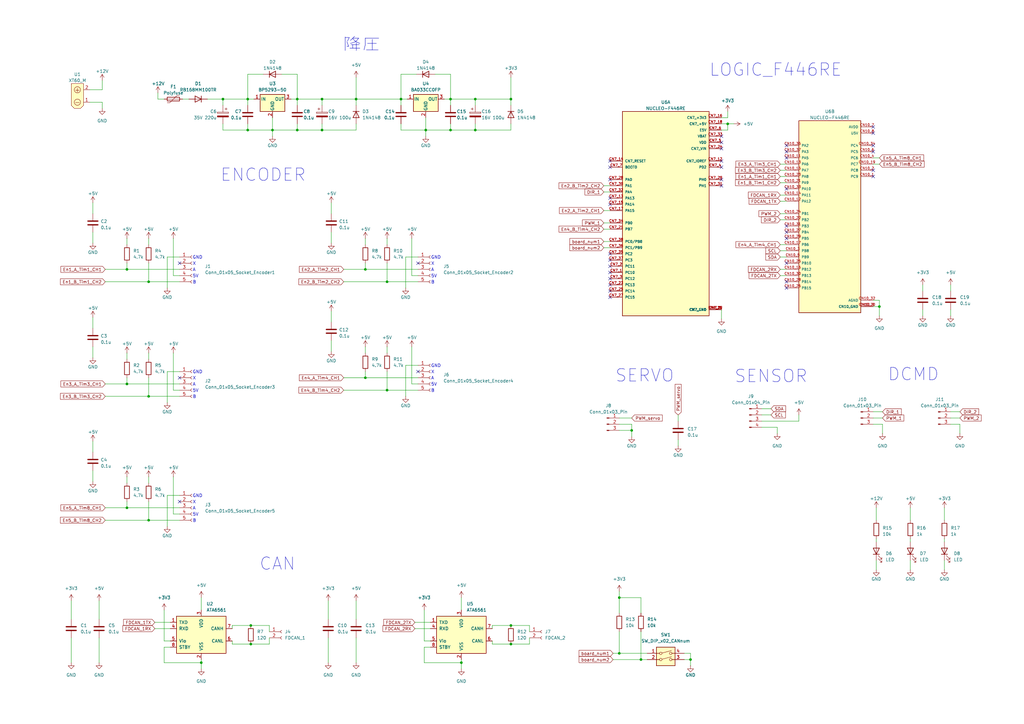
<source format=kicad_sch>
(kicad_sch (version 20250114) (generator "eeschema") (generator_version "9.0")
  (paper "A3")
  (text "X\n" (at 78.994 155.956 0) (effects (font (size 1.27 1.27)) (justify left bottom)))
  (text "SENSOR" (at 316.23 154.432 0) (effects (font (size 5.08 5.08))))
  (text "B\n" (at 176.784 116.586 0) (effects (font (size 1.27 1.27)) (justify left bottom)))
  (text "X\n" (at 78.994 108.966 0) (effects (font (size 1.27 1.27)) (justify left bottom)))
  (text "A\n" (at 176.784 111.506 0) (effects (font (size 1.27 1.27)) (justify left bottom)))
  (text "5V\n" (at 78.994 161.036 0) (effects (font (size 1.27 1.27)) (justify left bottom)))
  (text "GND\n" (at 78.994 106.426 0) (effects (font (size 1.27 1.27)) (justify left bottom)))
  (text "X\n" (at 176.784 153.416 0) (effects (font (size 1.27 1.27)) (justify left bottom)))
  (text "ENCODER" (at 107.95 71.882 0) (effects (font (size 5.08 5.08))))
  (text "5V\n" (at 78.994 211.836 0) (effects (font (size 1.27 1.27)) (justify left bottom)))
  (text "A\n" (at 176.784 155.956 0) (effects (font (size 1.27 1.27)) (justify left bottom)))
  (text "B\n" (at 176.784 161.036 0) (effects (font (size 1.27 1.27)) (justify left bottom)))
  (text "LOGIC_F446RE" (at 290.83 31.75 0) (effects (font (size 5.08 5.08)) (justify left bottom)))
  (text "GND\n" (at 78.994 204.216 0) (effects (font (size 1.27 1.27)) (justify left bottom)))
  (text "X\n" (at 78.994 206.756 0) (effects (font (size 1.27 1.27)) (justify left bottom)))
  (text "5V\n" (at 176.784 158.496 0) (effects (font (size 1.27 1.27)) (justify left bottom)))
  (text "5V\n" (at 176.784 114.046 0) (effects (font (size 1.27 1.27)) (justify left bottom)))
  (text "B\n" (at 78.994 163.576 0) (effects (font (size 1.27 1.27)) (justify left bottom)))
  (text "GND\n" (at 176.784 150.876 0) (effects (font (size 1.27 1.27)) (justify left bottom)))
  (text "5V\n" (at 78.994 114.046 0) (effects (font (size 1.27 1.27)) (justify left bottom)))
  (text "降圧" (at 140.97 21.59 0) (effects (font (size 5.08 5.08)) (justify left bottom)))
  (text "A\n" (at 78.994 111.506 0) (effects (font (size 1.27 1.27)) (justify left bottom)))
  (text "A\n" (at 78.994 158.496 0) (effects (font (size 1.27 1.27)) (justify left bottom)))
  (text "CAN\n" (at 113.792 231.394 0) (effects (font (size 5.08 5.08))))
  (text "A\n" (at 78.994 209.296 0) (effects (font (size 1.27 1.27)) (justify left bottom)))
  (text "X\n" (at 176.784 108.966 0) (effects (font (size 1.27 1.27)) (justify left bottom)))
  (text "B\n" (at 78.994 116.586 0) (effects (font (size 1.27 1.27)) (justify left bottom)))
  (text "GND\n" (at 78.994 153.416 0) (effects (font (size 1.27 1.27)) (justify left bottom)))
  (text "DCMD" (at 374.65 153.67 0) (effects (font (size 5.08 5.08))))
  (text "GND\n" (at 176.784 106.426 0) (effects (font (size 1.27 1.27)) (justify left bottom)))
  (text "B\n" (at 78.994 214.376 0) (effects (font (size 1.27 1.27)) (justify left bottom)))
  (text "SERVO" (at 264.414 154.178 0) (effects (font (size 5.08 5.08))))
  (junction (at 209.55 264.16))
  (junction (at 184.785 40.64))
  (junction (at 174.625 53.34))
  (junction (at 146.05 40.64))
  (junction (at 102.87 256.54))
  (junction (at 82.55 271.78))
  (junction (at 259.08 176.53))
  (junction (at 149.86 154.94))
  (junction (at 184.785 53.34))
  (junction (at 52.07 157.48))
  (junction (at 60.96 162.56))
  (junction (at 158.75 115.57))
  (junction (at 132.08 40.64))
  (junction (at 283.21 270.51))
  (junction (at 298.45 50.8))
  (junction (at 91.44 40.64))
  (junction (at 360.68 125.73))
  (junction (at 52.07 110.49))
  (junction (at 149.86 110.49))
  (junction (at 158.75 160.02))
  (junction (at 60.96 115.57))
  (junction (at 121.92 40.64))
  (junction (at 164.465 40.64))
  (junction (at 121.92 53.34))
  (junction (at 194.945 53.34))
  (junction (at 101.6 40.64))
  (junction (at 132.08 53.34))
  (junction (at 111.76 53.34))
  (junction (at 52.07 208.28))
  (junction (at 254 245.11))
  (junction (at 209.55 40.64))
  (junction (at 262.89 270.51))
  (junction (at 189.23 271.78))
  (junction (at 60.96 213.36))
  (junction (at 194.945 40.64))
  (junction (at 209.55 256.54))
  (junction (at 254 267.97))
  (junction (at 101.6 53.34))
  (junction (at 102.87 264.16))
  (no_connect (at 250.19 106.68))
  (no_connect (at 250.19 119.38))
  (no_connect (at 322.58 107.95))
  (no_connect (at 250.19 104.14))
  (no_connect (at 250.19 83.82))
  (no_connect (at 322.58 62.23))
  (no_connect (at 322.58 115.57))
  (no_connect (at 358.14 69.85))
  (no_connect (at 295.91 55.88))
  (no_connect (at 322.58 118.11))
  (no_connect (at 358.14 62.23))
  (no_connect (at 250.19 114.3))
  (no_connect (at 295.91 58.42))
  (no_connect (at 250.19 121.92))
  (no_connect (at 250.19 111.76))
  (no_connect (at 250.19 116.84))
  (no_connect (at 322.58 95.25))
  (no_connect (at 73.66 205.74))
  (no_connect (at 322.58 59.69))
  (no_connect (at 295.91 73.66))
  (no_connect (at 322.58 97.79))
  (no_connect (at 358.14 52.07))
  (no_connect (at 73.66 107.95))
  (no_connect (at 250.19 81.28))
  (no_connect (at 295.91 60.96))
  (no_connect (at 250.19 68.58))
  (no_connect (at 358.14 54.61))
  (no_connect (at 171.45 107.95))
  (no_connect (at 322.58 64.77))
  (no_connect (at 250.19 66.04))
  (no_connect (at 295.91 76.2))
  (no_connect (at 358.14 72.39))
  (no_connect (at 250.19 73.66))
  (no_connect (at 322.58 77.47))
  (no_connect (at 358.14 59.69))
  (no_connect (at 322.58 92.71))
  (no_connect (at 295.91 66.04))
  (no_connect (at 295.91 68.58))
  (no_connect (at 73.66 154.94))
  (no_connect (at 250.19 109.22))
  (no_connect (at 171.45 152.4))
  (wire (pts (xy 320.04 74.93) (xy 322.58 74.93)))
  (wire (pts (xy 43.18 162.56) (xy 60.96 162.56)))
  (wire (pts (xy 60.96 213.36) (xy 73.66 213.36)))
  (wire (pts (xy 29.21 246.38) (xy 29.21 254)))
  (wire (pts (xy 298.45 50.8) (xy 298.45 53.34)))
  (wire (pts (xy 74.93 40.64) (xy 77.47 40.64)))
  (wire (pts (xy 320.04 102.87) (xy 322.58 102.87)))
  (wire (pts (xy 389.89 173.99) (xy 393.7 173.99)))
  (wire (pts (xy 102.87 264.16) (xy 110.49 264.16)))
  (wire (pts (xy 41.91 41.91) (xy 41.91 44.45)))
  (wire (pts (xy 158.75 97.79) (xy 158.75 100.33)))
  (wire (pts (xy 43.18 115.57) (xy 60.96 115.57)))
  (wire (pts (xy 320.04 90.17) (xy 322.58 90.17)))
  (wire (pts (xy 101.6 50.8) (xy 101.6 53.34)))
  (wire (pts (xy 91.44 43.18) (xy 91.44 40.64)))
  (wire (pts (xy 158.75 115.57) (xy 171.45 115.57)))
  (wire (pts (xy 359.41 229.87) (xy 359.41 233.68)))
  (wire (pts (xy 312.42 167.64) (xy 316.23 167.64)))
  (wire (pts (xy 60.96 97.79) (xy 60.96 100.33)))
  (wire (pts (xy 174.625 53.34) (xy 184.785 53.34)))
  (wire (pts (xy 254 176.53) (xy 259.08 176.53)))
  (wire (pts (xy 262.89 270.51) (xy 265.43 270.51)))
  (wire (pts (xy 312.42 175.26) (xy 318.77 175.26)))
  (wire (pts (xy 170.18 255.27) (xy 176.53 255.27)))
  (wire (pts (xy 393.7 173.99) (xy 393.7 177.8)))
  (wire (pts (xy 312.42 170.18) (xy 316.23 170.18)))
  (wire (pts (xy 102.87 256.54) (xy 110.49 256.54)))
  (wire (pts (xy 60.96 115.57) (xy 73.66 115.57)))
  (wire (pts (xy 209.55 256.54) (xy 201.93 256.54)))
  (wire (pts (xy 146.05 246.38) (xy 146.05 254)))
  (wire (pts (xy 132.08 50.8) (xy 132.08 53.34)))
  (wire (pts (xy 52.07 144.78) (xy 52.07 147.32)))
  (wire (pts (xy 85.09 40.64) (xy 91.44 40.64)))
  (wire (pts (xy 82.55 271.78) (xy 82.55 270.51)))
  (wire (pts (xy 201.93 264.16) (xy 201.93 262.89)))
  (wire (pts (xy 295.91 130.81) (xy 295.91 127)))
  (wire (pts (xy 320.04 87.63) (xy 322.58 87.63)))
  (wire (pts (xy 320.04 105.41) (xy 322.58 105.41)))
  (wire (pts (xy 194.945 40.64) (xy 209.55 40.64)))
  (wire (pts (xy 387.35 208.28) (xy 387.35 213.36)))
  (wire (pts (xy 361.95 173.99) (xy 361.95 177.8)))
  (wire (pts (xy 146.05 40.64) (xy 132.08 40.64)))
  (wire (pts (xy 111.76 48.26) (xy 111.76 53.34)))
  (wire (pts (xy 135.89 139.7) (xy 135.89 144.145)))
  (wire (pts (xy 358.14 123.19) (xy 360.68 123.19)))
  (wire (pts (xy 38.1 130.175) (xy 38.1 134.62)))
  (wire (pts (xy 60.96 144.78) (xy 60.96 147.32)))
  (wire (pts (xy 170.815 30.48) (xy 164.465 30.48)))
  (wire (pts (xy 168.91 142.24) (xy 168.91 157.48)))
  (wire (pts (xy 373.38 229.87) (xy 373.38 233.68)))
  (wire (pts (xy 60.96 154.94) (xy 60.96 162.56)))
  (wire (pts (xy 107.95 30.48) (xy 101.6 30.48)))
  (wire (pts (xy 119.38 40.64) (xy 121.92 40.64)))
  (wire (pts (xy 262.89 259.08) (xy 262.89 270.51)))
  (wire (pts (xy 209.55 256.54) (xy 217.17 256.54)))
  (wire (pts (xy 82.55 274.32) (xy 82.55 271.78)))
  (wire (pts (xy 174.625 48.26) (xy 174.625 53.34)))
  (wire (pts (xy 140.97 110.49) (xy 149.86 110.49)))
  (wire (pts (xy 247.65 76.2) (xy 250.19 76.2)))
  (wire (pts (xy 164.465 53.34) (xy 174.625 53.34)))
  (wire (pts (xy 378.46 127) (xy 378.46 129.54)))
  (wire (pts (xy 170.18 257.81) (xy 176.53 257.81)))
  (wire (pts (xy 60.96 195.58) (xy 60.96 198.12)))
  (wire (pts (xy 149.86 152.4) (xy 149.86 154.94)))
  (wire (pts (xy 146.05 31.75) (xy 146.05 40.64)))
  (wire (pts (xy 52.07 110.49) (xy 73.66 110.49)))
  (wire (pts (xy 110.49 264.16) (xy 110.49 261.62)))
  (wire (pts (xy 52.07 154.94) (xy 52.07 157.48)))
  (wire (pts (xy 68.58 152.4) (xy 73.66 152.4)))
  (wire (pts (xy 174.625 53.34) (xy 174.625 55.88)))
  (wire (pts (xy 259.08 173.99) (xy 259.08 176.53)))
  (wire (pts (xy 318.77 175.26) (xy 318.77 177.8)))
  (wire (pts (xy 298.45 50.8) (xy 295.91 50.8)))
  (wire (pts (xy 173.99 265.43) (xy 173.99 271.78)))
  (wire (pts (xy 67.31 271.78) (xy 82.55 271.78)))
  (wire (pts (xy 146.05 271.78) (xy 146.05 261.62)))
  (wire (pts (xy 38.1 83.185) (xy 38.1 87.63)))
  (wire (pts (xy 52.07 107.95) (xy 52.07 110.49)))
  (wire (pts (xy 166.37 149.86) (xy 166.37 162.56)))
  (wire (pts (xy 259.08 171.45) (xy 254 171.45)))
  (wire (pts (xy 164.465 40.64) (xy 164.465 43.18)))
  (wire (pts (xy 312.42 172.72) (xy 327.66 172.72)))
  (wire (pts (xy 209.55 50.8) (xy 209.55 53.34)))
  (wire (pts (xy 29.21 271.78) (xy 29.21 261.62)))
  (wire (pts (xy 168.91 157.48) (xy 171.45 157.48)))
  (wire (pts (xy 320.04 82.55) (xy 322.58 82.55)))
  (wire (pts (xy 280.67 267.97) (xy 283.21 267.97)))
  (wire (pts (xy 41.91 36.83) (xy 41.91 33.02)))
  (wire (pts (xy 38.1 95.25) (xy 38.1 99.695)))
  (wire (pts (xy 247.65 91.44) (xy 250.19 91.44)))
  (wire (pts (xy 82.55 245.11) (xy 82.55 250.19)))
  (wire (pts (xy 254 259.08) (xy 254 267.97)))
  (wire (pts (xy 320.04 100.33) (xy 322.58 100.33)))
  (wire (pts (xy 71.12 97.79) (xy 71.12 113.03)))
  (wire (pts (xy 43.18 208.28) (xy 52.07 208.28)))
  (wire (pts (xy 194.945 53.34) (xy 209.55 53.34)))
  (wire (pts (xy 387.35 220.98) (xy 387.35 222.25)))
  (wire (pts (xy 194.945 43.18) (xy 194.945 40.64)))
  (wire (pts (xy 149.86 110.49) (xy 171.45 110.49)))
  (wire (pts (xy 52.07 195.58) (xy 52.07 198.12)))
  (wire (pts (xy 121.92 30.48) (xy 115.57 30.48)))
  (wire (pts (xy 164.465 30.48) (xy 164.465 40.64)))
  (wire (pts (xy 36.83 36.83) (xy 41.91 36.83)))
  (wire (pts (xy 247.65 99.06) (xy 250.19 99.06)))
  (wire (pts (xy 158.75 152.4) (xy 158.75 160.02)))
  (wire (pts (xy 67.31 265.43) (xy 67.31 271.78)))
  (wire (pts (xy 149.86 154.94) (xy 171.45 154.94)))
  (wire (pts (xy 259.08 176.53) (xy 259.08 179.07)))
  (wire (pts (xy 111.76 53.34) (xy 111.76 55.88)))
  (wire (pts (xy 254 173.99) (xy 259.08 173.99)))
  (wire (pts (xy 168.91 97.79) (xy 168.91 113.03)))
  (wire (pts (xy 168.91 113.03) (xy 171.45 113.03)))
  (wire (pts (xy 91.44 40.64) (xy 101.6 40.64)))
  (wire (pts (xy 43.18 157.48) (xy 52.07 157.48)))
  (wire (pts (xy 327.66 170.18) (xy 327.66 172.72)))
  (wire (pts (xy 358.14 173.99) (xy 361.95 173.99)))
  (wire (pts (xy 60.96 107.95) (xy 60.96 115.57)))
  (wire (pts (xy 164.465 40.64) (xy 167.005 40.64)))
  (wire (pts (xy 135.89 127.635) (xy 135.89 132.08)))
  (wire (pts (xy 387.35 229.87) (xy 387.35 233.68)))
  (wire (pts (xy 217.17 264.16) (xy 217.17 261.62)))
  (wire (pts (xy 52.07 157.48) (xy 73.66 157.48)))
  (wire (pts (xy 101.6 40.64) (xy 101.6 43.18)))
  (wire (pts (xy 189.23 271.78) (xy 189.23 270.51)))
  (wire (pts (xy 60.96 205.74) (xy 60.96 213.36)))
  (wire (pts (xy 102.87 256.54) (xy 95.25 256.54)))
  (wire (pts (xy 173.99 262.89) (xy 173.99 250.19)))
  (wire (pts (xy 149.86 97.79) (xy 149.86 100.33)))
  (wire (pts (xy 320.04 69.85) (xy 322.58 69.85)))
  (wire (pts (xy 68.58 203.2) (xy 68.58 215.9)))
  (wire (pts (xy 69.85 265.43) (xy 67.31 265.43)))
  (wire (pts (xy 360.68 123.19) (xy 360.68 125.73)))
  (wire (pts (xy 209.55 43.18) (xy 209.55 40.64)))
  (wire (pts (xy 194.945 40.64) (xy 184.785 40.64)))
  (wire (pts (xy 209.55 31.75) (xy 209.55 40.64)))
  (wire (pts (xy 102.87 264.16) (xy 95.25 264.16)))
  (wire (pts (xy 184.785 30.48) (xy 178.435 30.48)))
  (wire (pts (xy 217.17 256.54) (xy 217.17 259.08)))
  (wire (pts (xy 40.64 246.38) (xy 40.64 254)))
  (wire (pts (xy 132.08 53.34) (xy 146.05 53.34)))
  (wire (pts (xy 95.25 256.54) (xy 95.25 257.81)))
  (wire (pts (xy 68.58 152.4) (xy 68.58 165.1)))
  (wire (pts (xy 184.785 53.34) (xy 184.785 50.8)))
  (wire (pts (xy 101.6 40.64) (xy 104.14 40.64)))
  (wire (pts (xy 146.05 43.18) (xy 146.05 40.64)))
  (wire (pts (xy 358.14 64.77) (xy 360.68 64.77)))
  (wire (pts (xy 91.44 53.34) (xy 101.6 53.34)))
  (wire (pts (xy 320.04 72.39) (xy 322.58 72.39)))
  (wire (pts (xy 247.65 78.74) (xy 250.19 78.74)))
  (wire (pts (xy 111.76 53.34) (xy 121.92 53.34)))
  (wire (pts (xy 254 242.57) (xy 254 245.11)))
  (wire (pts (xy 60.96 162.56) (xy 73.66 162.56)))
  (wire (pts (xy 140.97 154.94) (xy 149.86 154.94)))
  (wire (pts (xy 320.04 80.01) (xy 322.58 80.01)))
  (wire (pts (xy 184.785 40.64) (xy 184.785 30.48)))
  (wire (pts (xy 358.14 171.45) (xy 361.95 171.45)))
  (wire (pts (xy 121.92 40.64) (xy 121.92 30.48)))
  (wire (pts (xy 38.1 180.975) (xy 38.1 185.42)))
  (wire (pts (xy 358.14 67.31) (xy 360.68 67.31)))
  (wire (pts (xy 262.89 245.11) (xy 254 245.11)))
  (wire (pts (xy 140.97 160.02) (xy 158.75 160.02)))
  (wire (pts (xy 146.05 50.8) (xy 146.05 53.34)))
  (wire (pts (xy 71.12 210.82) (xy 73.66 210.82)))
  (wire (pts (xy 36.83 41.91) (xy 41.91 41.91)))
  (wire (pts (xy 201.93 256.54) (xy 201.93 257.81)))
  (wire (pts (xy 189.23 274.32) (xy 189.23 271.78)))
  (wire (pts (xy 389.89 171.45) (xy 393.7 171.45)))
  (wire (pts (xy 38.1 142.24) (xy 38.1 146.685)))
  (wire (pts (xy 135.89 83.185) (xy 135.89 87.63)))
  (wire (pts (xy 389.89 127) (xy 389.89 129.54)))
  (wire (pts (xy 389.89 168.91) (xy 393.7 168.91)))
  (wire (pts (xy 254 267.97) (xy 265.43 267.97)))
  (wire (pts (xy 373.38 220.98) (xy 373.38 222.25)))
  (wire (pts (xy 194.945 53.34) (xy 184.785 53.34)))
  (wire (pts (xy 176.53 265.43) (xy 173.99 265.43)))
  (wire (pts (xy 373.38 208.28) (xy 373.38 213.36)))
  (wire (pts (xy 298.45 53.34) (xy 295.91 53.34)))
  (wire (pts (xy 295.91 48.26) (xy 298.45 48.26)))
  (wire (pts (xy 247.65 86.36) (xy 250.19 86.36)))
  (wire (pts (xy 52.07 208.28) (xy 73.66 208.28)))
  (wire (pts (xy 91.44 50.8) (xy 91.44 53.34)))
  (wire (pts (xy 132.08 53.34) (xy 121.92 53.34)))
  (wire (pts (xy 171.45 105.41) (xy 166.37 105.41)))
  (wire (pts (xy 135.89 95.25) (xy 135.89 99.695)))
  (wire (pts (xy 71.12 195.58) (xy 71.12 210.82)))
  (wire (pts (xy 69.85 262.89) (xy 67.31 262.89)))
  (wire (pts (xy 209.55 264.16) (xy 217.17 264.16)))
  (wire (pts (xy 71.12 144.78) (xy 71.12 160.02)))
  (wire (pts (xy 110.49 256.54) (xy 110.49 259.08)))
  (wire (pts (xy 132.08 40.64) (xy 121.92 40.64)))
  (wire (pts (xy 64.77 38.1) (xy 64.77 40.64)))
  (wire (pts (xy 171.45 149.86) (xy 166.37 149.86)))
  (wire (pts (xy 63.5 257.81) (xy 69.85 257.81)))
  (wire (pts (xy 359.41 220.98) (xy 359.41 222.25)))
  (wire (pts (xy 73.66 105.41) (xy 68.58 105.41)))
  (wire (pts (xy 158.75 160.02) (xy 171.45 160.02)))
  (wire (pts (xy 389.89 116.84) (xy 389.89 119.38)))
  (wire (pts (xy 158.75 107.95) (xy 158.75 115.57)))
  (wire (pts (xy 247.65 93.98) (xy 250.19 93.98)))
  (wire (pts (xy 140.97 115.57) (xy 158.75 115.57)))
  (wire (pts (xy 176.53 262.89) (xy 173.99 262.89)))
  (wire (pts (xy 71.12 113.03) (xy 73.66 113.03)))
  (wire (pts (xy 283.21 267.97) (xy 283.21 270.51)))
  (wire (pts (xy 280.67 270.51) (xy 283.21 270.51)))
  (wire (pts (xy 254 245.11) (xy 254 251.46)))
  (wire (pts (xy 182.245 40.64) (xy 184.785 40.64)))
  (wire (pts (xy 194.945 50.8) (xy 194.945 53.34)))
  (wire (pts (xy 209.55 264.16) (xy 201.93 264.16)))
  (wire (pts (xy 149.86 107.95) (xy 149.86 110.49)))
  (wire (pts (xy 68.58 105.41) (xy 68.58 118.11)))
  (wire (pts (xy 67.31 262.89) (xy 67.31 250.19)))
  (wire (pts (xy 189.23 245.11) (xy 189.23 250.19)))
  (wire (pts (xy 278.13 170.18) (xy 278.13 172.72)))
  (wire (pts (xy 101.6 53.34) (xy 111.76 53.34)))
  (wire (pts (xy 71.12 160.02) (xy 73.66 160.02)))
  (wire (pts (xy 247.65 101.6) (xy 250.19 101.6)))
  (wire (pts (xy 358.14 125.73) (xy 360.68 125.73)))
  (wire (pts (xy 300.99 50.8) (xy 298.45 50.8)))
  (wire (pts (xy 320.04 67.31) (xy 322.58 67.31)))
  (wire (pts (xy 146.05 40.64) (xy 164.465 40.64)))
  (wire (pts (xy 134.62 246.38) (xy 134.62 254)))
  (wire (pts (xy 121.92 43.18) (xy 121.92 40.64)))
  (wire (pts (xy 73.66 203.2) (xy 68.58 203.2)))
  (wire (pts (xy 134.62 271.78) (xy 134.62 261.62)))
  (wire (pts (xy 262.89 251.46) (xy 262.89 245.11)))
  (wire (pts (xy 184.785 43.18) (xy 184.785 40.64)))
  (wire (pts (xy 43.18 213.36) (xy 60.96 213.36)))
  (wire (pts (xy 320.04 113.03) (xy 322.58 113.03)))
  (wire (pts (xy 278.13 180.34) (xy 278.13 182.88)))
  (wire (pts (xy 149.86 142.24) (xy 149.86 144.78)))
  (wire (pts (xy 298.45 48.26) (xy 298.45 45.72)))
  (wire (pts (xy 359.41 208.28) (xy 359.41 213.36)))
  (wire (pts (xy 40.64 271.78) (xy 40.64 261.62)))
  (wire (pts (xy 164.465 50.8) (xy 164.465 53.34)))
  (wire (pts (xy 158.75 142.24) (xy 158.75 144.78)))
  (wire (pts (xy 251.46 267.97) (xy 254 267.97)))
  (wire (pts (xy 95.25 264.16) (xy 95.25 262.89)))
  (wire (pts (xy 173.99 271.78) (xy 189.23 271.78)))
  (wire (pts (xy 378.46 116.84) (xy 378.46 119.38)))
  (wire (pts (xy 132.08 43.18) (xy 132.08 40.64)))
  (wire (pts (xy 360.68 125.73) (xy 360.68 129.54)))
  (wire (pts (xy 121.92 53.34) (xy 121.92 50.8)))
  (wire (pts (xy 52.07 205.74) (xy 52.07 208.28)))
  (wire (pts (xy 63.5 255.27) (xy 69.85 255.27)))
  (wire (pts (xy 283.21 270.51) (xy 283.21 273.05)))
  (wire (pts (xy 320.04 110.49) (xy 322.58 110.49)))
  (wire (pts (xy 358.14 168.91) (xy 361.95 168.91)))
  (wire (pts (xy 52.07 97.79) (xy 52.07 100.33)))
  (wire (pts (xy 101.6 30.48) (xy 101.6 40.64)))
  (wire (pts (xy 251.46 270.51) (xy 262.89 270.51)))
  (wire (pts (xy 43.18 110.49) (xy 52.07 110.49)))
  (wire (pts (xy 64.77 40.64) (xy 67.31 40.64)))
  (wire (pts (xy 38.1 193.04) (xy 38.1 197.485)))
  (wire (pts (xy 166.37 105.41) (xy 166.37 118.11)))
  (global_label "DIR_2" (shape input) (at 320.04 90.17 180) (property "Intersheetrefs" "${INTERSHEET_REFS}" (effects (hide yes))))
  (global_label "PWM_servo" (shape input) (at 278.13 170.18 90) (property "Intersheetrefs" "${INTERSHEET_REFS}" (effects (hide yes))))
  (global_label "PWM_servo" (shape input) (at 259.08 171.45 0) (property "Intersheetrefs" "${INTERSHEET_REFS}" (effects (hide yes))))
  (global_label "En1_B_Tim1_CH2" (shape input) (at 43.18 115.57 180) (property "Intersheetrefs" "${INTERSHEET_REFS}" (effects (hide yes))))
  (global_label "FDCAN_2RX" (shape input) (at 320.04 110.49 180) (property "Intersheetrefs" "${INTERSHEET_REFS}" (effects (hide yes))))
  (global_label "En1_B_Tim1_CH2" (shape input) (at 320.04 74.93 180) (property "Intersheetrefs" "${INTERSHEET_REFS}" (effects (hide yes))))
  (global_label "En2_B_Tim2_CH2" (shape input) (at 247.65 76.2 180) (property "Intersheetrefs" "${INTERSHEET_REFS}" (effects (hide yes))))
  (global_label "FDCAN_2TX" (shape input) (at 320.04 113.03 180) (property "Intersheetrefs" "${INTERSHEET_REFS}" (effects (hide yes))))
  (global_label "SCL" (shape input) (at 316.23 170.18 0) (property "Intersheetrefs" "${INTERSHEET_REFS}" (effects (hide yes))))
  (global_label "En2_B_Tim2_CH2" (shape input) (at 140.97 115.57 180) (property "Intersheetrefs" "${INTERSHEET_REFS}" (effects (hide yes))))
  (global_label "FDCAN_2TX" (shape input) (at 170.18 255.27 180) (property "Intersheetrefs" "${INTERSHEET_REFS}" (effects (hide yes))))
  (global_label "DIR_1" (shape input) (at 361.95 168.91 0) (property "Intersheetrefs" "${INTERSHEET_REFS}" (effects (hide yes))))
  (global_label "En2_A_Tim2_CH1" (shape input) (at 140.97 110.49 180) (property "Intersheetrefs" "${INTERSHEET_REFS}" (effects (hide yes))))
  (global_label "board_num1" (shape input) (at 251.46 267.97 180) (property "Intersheetrefs" "${INTERSHEET_REFS}" (effects (hide yes))))
  (global_label "En3_B_Tim3_CH2" (shape input) (at 320.04 69.85 180) (property "Intersheetrefs" "${INTERSHEET_REFS}" (effects (hide yes))))
  (global_label "En3_B_Tim3_CH2" (shape input) (at 43.18 162.56 180) (property "Intersheetrefs" "${INTERSHEET_REFS}" (effects (hide yes))))
  (global_label "SCL" (shape input) (at 320.04 102.87 180) (property "Intersheetrefs" "${INTERSHEET_REFS}" (effects (hide yes))))
  (global_label "SDA" (shape input) (at 316.23 167.64 0) (property "Intersheetrefs" "${INTERSHEET_REFS}" (effects (hide yes))))
  (global_label "En2_A_Tim2_CH1" (shape input) (at 247.65 86.36 180) (property "Intersheetrefs" "${INTERSHEET_REFS}" (effects (hide yes))))
  (global_label "FDCAN_1TX" (shape input) (at 320.04 82.55 180) (property "Intersheetrefs" "${INTERSHEET_REFS}" (effects (hide yes))))
  (global_label "En4_A_Tim4_CH1" (shape input) (at 320.04 100.33 180) (property "Intersheetrefs" "${INTERSHEET_REFS}" (effects (hide yes))))
  (global_label "En3_A_Tim3_CH1" (shape input) (at 43.18 157.48 180) (property "Intersheetrefs" "${INTERSHEET_REFS}" (effects (hide yes))))
  (global_label "FDCAN_1RX" (shape input) (at 320.04 80.01 180) (property "Intersheetrefs" "${INTERSHEET_REFS}" (effects (hide yes))))
  (global_label "En3_A_Tim3_CH1" (shape input) (at 320.04 67.31 180) (property "Intersheetrefs" "${INTERSHEET_REFS}" (effects (hide yes))))
  (global_label "board_num2" (shape input) (at 251.46 270.51 180) (property "Intersheetrefs" "${INTERSHEET_REFS}" (effects (hide yes))))
  (global_label "PWM_1" (shape input) (at 361.95 171.45 0) (property "Intersheetrefs" "${INTERSHEET_REFS}" (effects (hide yes))))
  (global_label "DIR_1" (shape input) (at 247.65 78.74 180) (property "Intersheetrefs" "${INTERSHEET_REFS}" (effects (hide yes))))
  (global_label "PWM_1" (shape input) (at 247.65 91.44 180) (property "Intersheetrefs" "${INTERSHEET_REFS}" (effects (hide yes))))
  (global_label "FDCAN_1TX" (shape input) (at 63.5 255.27 180) (property "Intersheetrefs" "${INTERSHEET_REFS}" (effects (hide yes))))
  (global_label "En1_A_Tim1_CH1" (shape input) (at 43.18 110.49 180) (property "Intersheetrefs" "${INTERSHEET_REFS}" (effects (hide yes))))
  (global_label "En5_B_Tim8_CH2" (shape input) (at 360.68 67.31 0) (property "Intersheetrefs" "${INTERSHEET_REFS}" (effects (hide yes))))
  (global_label "En5_B_Tim8_CH2" (shape input) (at 43.18 213.36 180) (property "Intersheetrefs" "${INTERSHEET_REFS}" (effects (hide yes))))
  (global_label "PWM_2" (shape input) (at 393.7 171.45 0) (property "Intersheetrefs" "${INTERSHEET_REFS}" (effects (hide yes))))
  (global_label "En1_A_Tim1_CH1" (shape input) (at 320.04 72.39 180) (property "Intersheetrefs" "${INTERSHEET_REFS}" (effects (hide yes))))
  (global_label "En4_A_Tim4_CH1" (shape input) (at 140.97 154.94 180) (property "Intersheetrefs" "${INTERSHEET_REFS}" (effects (hide yes))))
  (global_label "FDCAN_1RX" (shape input) (at 63.5 257.81 180) (property "Intersheetrefs" "${INTERSHEET_REFS}" (effects (hide yes))))
  (global_label "FDCAN_2RX" (shape input) (at 170.18 257.81 180) (property "Intersheetrefs" "${INTERSHEET_REFS}" (effects (hide yes))))
  (global_label "SDA" (shape input) (at 320.04 105.41 180) (property "Intersheetrefs" "${INTERSHEET_REFS}" (effects (hide yes))))
  (global_label "En5_A_Tim8_CH1" (shape input) (at 43.18 208.28 180) (property "Intersheetrefs" "${INTERSHEET_REFS}" (effects (hide yes))))
  (global_label "En4_B_Tim4_CH2" (shape input) (at 140.97 160.02 180) (property "Intersheetrefs" "${INTERSHEET_REFS}" (effects (hide yes))))
  (global_label "En4_B_Tim4_CH2" (shape input) (at 247.65 93.98 180) (property "Intersheetrefs" "${INTERSHEET_REFS}" (effects (hide yes))))
  (global_label "board_num2" (shape input) (at 247.65 101.6 180) (property "Intersheetrefs" "${INTERSHEET_REFS}" (effects (hide yes))))
  (global_label "En5_A_Tim8_CH1" (shape input) (at 360.68 64.77 0) (property "Intersheetrefs" "${INTERSHEET_REFS}" (effects (hide yes))))
  (global_label "PWM_2" (shape input) (at 320.04 87.63 180) (property "Intersheetrefs" "${INTERSHEET_REFS}" (effects (hide yes))))
  (global_label "board_num1" (shape input) (at 247.65 99.06 180) (property "Intersheetrefs" "${INTERSHEET_REFS}" (effects (hide yes))))
  (global_label "DIR_2" (shape input) (at 393.7 168.91 0) (property "Intersheetrefs" "${INTERSHEET_REFS}" (effects (hide yes))))
  (symbol (lib_id "power:+3V3") (at 387.35 208.28 0) (unit 1)
    (property "Reference" "#PWR069" (effects (hide yes)))
    (property "Value" "+3V3" (at 387.35 204.47 0))
  )
  (symbol (lib_id "power:+5V") (at 300.99 50.8 270) (unit 1)
    (property "Reference" "#PWR058" (effects (hide yes)))
    (property "Value" "+5V" (at 304.8 50.8 90) (effects (justify left)))
  )
  (symbol (lib_id "Device:C") (at 40.64 257.81 0) (unit 1)
    (property "Reference" "C5" (at 44.45 256.5399 0) (effects (justify left)))
    (property "Value" "0.1u" (at 44.45 259.0799 0) (effects (justify left)))
    (property "Footprint" "Capacitor_SMD:C_0603_1608Metric_Pad1.08x0.95mm_HandSolder" (effects (hide yes)))
    (property "Description" "Unpolarized capacitor" (effects (hide yes)))
  )
  (symbol (lib_id "power:GND") (at 111.76 55.88 0) (unit 1)
    (property "Reference" "#PWR029" (effects (hide yes)))
    (property "Value" "GND" (at 111.76 59.69 0))
  )
  (symbol (lib_name "+5V_2") (lib_id "power:+5V") (at 168.91 97.79 0) (unit 1)
    (property "Reference" "#PWR045" (effects (hide yes)))
    (property "Value" "+5V" (at 168.91 93.98 0))
    (property "Description" "Power symbol creates a global label with name \"+5V\"" (effects (hide yes)))
  )
  (symbol (lib_id "Device:R") (at 102.87 260.35 0) (unit 1)
    (property "Reference" "R7" (at 105.41 259.0799 0) (effects (justify left)))
    (property "Value" "120" (at 105.41 261.6199 0) (effects (justify left)))
    (property "Footprint" "Resistor_SMD:R_0603_1608Metric_Pad0.98x0.95mm_HandSolder" (effects (hide yes)))
    (property "Description" "Resistor" (effects (hide yes)))
  )
  (symbol (lib_id "power:GND") (at 360.68 129.54 0) (unit 1)
    (property "Reference" "#PWR063" (effects (hide yes)))
    (property "Value" "GND" (at 360.68 134.62 0))
  )
  (symbol (lib_id "Device:C") (at 38.1 138.43 0) (unit 1)
    (property "Reference" "C3" (at 41.275 137.795 0) (effects (justify left)))
    (property "Value" "0.1u" (at 41.275 140.335 0) (effects (justify left)))
    (property "Footprint" "Capacitor_SMD:C_0603_1608Metric_Pad1.08x0.95mm_HandSolder" (effects (hide yes)))
  )
  (symbol (lib_id "Connector:Conn_01x03_Pin") (at 248.92 173.99 0) (unit 1)
    (property "Reference" "J8" (at 249.555 166.37 0))
    (property "Value" "Conn_01x03_Pin" (at 249.555 168.91 0))
    (property "Footprint" "Connector_PinHeader_2.54mm:PinHeader_1x03_P2.54mm_Vertical" (effects (hide yes)))
    (property "Description" "Generic connector, single row, 01x03, script generated" (effects (hide yes)))
  )
  (symbol (lib_id "Device:C") (at 134.62 257.81 0) (unit 1)
    (property "Reference" "C10" (at 138.43 256.5399 0) (effects (justify left)))
    (property "Value" "0.1u" (at 138.43 259.0799 0) (effects (justify left)))
    (property "Footprint" "Capacitor_SMD:C_0603_1608Metric_Pad1.08x0.95mm_HandSolder" (effects (hide yes)))
    (property "Description" "Unpolarized capacitor" (effects (hide yes)))
  )
  (symbol (lib_id "power:GND") (at 295.91 130.81 0) (unit 1)
    (property "Reference" "#PWR056" (effects (hide yes)))
    (property "Value" "GND" (at 295.91 135.89 0))
  )
  (symbol (lib_name "GND_1") (lib_id "power:GND") (at 393.7 177.8 0) (unit 1)
    (property "Reference" "#PWR073" (effects (hide yes)))
    (property "Value" "GND" (at 393.7 182.88 0))
    (property "Description" "Power symbol creates a global label with name \"GND\" , ground" (effects (hide yes)))
  )
  (symbol (lib_name "GND_8") (lib_id "power:GND") (at 283.21 273.05 0) (unit 1)
    (property "Reference" "#PWR055" (effects (hide yes)))
    (property "Value" "GND" (at 283.21 276.86 0))
    (property "Description" "Power symbol creates a global label with name \"GND\" , ground" (effects (hide yes)))
  )
  (symbol (lib_id "power:GND") (at 29.21 271.78 0) (unit 1)
    (property "Reference" "#PWR02" (effects (hide yes)))
    (property "Value" "GND" (at 29.21 276.86 0))
    (property "Description" "Power symbol creates a global label with name \"GND\" , ground" (effects (hide yes)))
  )
  (symbol (lib_id "Device:D") (at 209.55 46.99 270) (unit 1)
    (property "Reference" "D5" (at 212.09 45.72 90) (effects (justify left)))
    (property "Value" "1N4148" (at 212.09 48.26 90) (effects (justify left)))
    (property "Footprint" "MyLib:D_SOD-123_HandSolder" (effects (hide yes)))
    (property "Sim.Device" "D" (effects (hide yes)))
    (property "Sim.Pins" "1=K 2=A" (effects (hide yes)))
  )
  (symbol (lib_name "+5V_2") (lib_id "power:+5V") (at 52.07 144.78 0) (unit 1)
    (property "Reference" "#PWR014" (effects (hide yes)))
    (property "Value" "+5V" (at 52.07 140.97 0))
    (property "Description" "Power symbol creates a global label with name \"+5V\"" (effects (hide yes)))
  )
  (symbol (lib_id "Device:R") (at 60.96 104.14 0) (unit 1)
    (property "Reference" "R4" (at 63.5 102.8699 0) (effects (justify left)))
    (property "Value" "4.7k" (at 63.5 105.4099 0) (effects (justify left)))
    (property "Footprint" "Resistor_SMD:R_0603_1608Metric_Pad0.98x0.95mm_HandSolder" (effects (hide yes)))
    (property "Description" "Resistor" (effects (hide yes)))
  )
  (symbol (lib_name "+5V_2") (lib_id "power:+5V") (at 158.75 142.24 0) (unit 1)
    (property "Reference" "#PWR042" (effects (hide yes)))
    (property "Value" "+5V" (at 158.75 138.43 0))
    (property "Description" "Power symbol creates a global label with name \"+5V\"" (effects (hide yes)))
  )
  (symbol (lib_id "Device:R") (at 149.86 104.14 0) (unit 1)
    (property "Reference" "R8" (at 152.4 102.8699 0) (effects (justify left)))
    (property "Value" "4.7k" (at 152.4 105.4099 0) (effects (justify left)))
    (property "Footprint" "Resistor_SMD:R_0603_1608Metric_Pad0.98x0.95mm_HandSolder" (effects (hide yes)))
    (property "Description" "Resistor" (effects (hide yes)))
  )
  (symbol (lib_name "+3V3_2") (lib_id "power:+3V3") (at 254 242.57 0) (unit 1)
    (property "Reference" "#PWR052" (effects (hide yes)))
    (property "Value" "+3V3" (at 254 237.49 0))
    (property "Description" "Power symbol creates a global label with name \"+3V3\"" (effects (hide yes)))
  )
  (symbol (lib_id "power:GND") (at 359.41 233.68 0) (unit 1)
    (property "Reference" "#PWR062" (effects (hide yes)))
    (property "Value" "GND" (at 359.41 237.49 0))
  )
  (symbol (lib_id "Device:C") (at 164.465 46.99 0) (mirror y) (unit 1)
    (property "Reference" "C14" (at 161.925 45.72 0) (effects (justify left)))
    (property "Value" "0.1u" (at 161.925 48.26 0) (effects (justify left)))
    (property "Footprint" "Capacitor_SMD:C_0603_1608Metric_Pad1.08x0.95mm_HandSolder" (effects (hide yes)))
  )
  (symbol (lib_id "Mylib:NUCLEO-F446RE") (at 273.05 86.36 0) (unit 1)
    (property "Reference" "U6" (at 273.05 41.91 0))
    (property "Value" "NUCLEO-F446RE" (at 273.05 44.45 0))
    (property "Footprint" "MyLib:NUCLEO-F446RE" (effects (hide yes)))
    (property "Description" "\nSTM32F446RE、mbed 対応開発 Nucleo-64 STM32F4 ARM® Cortex®-M4 MCU 32 ビット組み込み評価ボード\n" (effects (hide yes)))
    (property "MF" "STMicroelectronics" (effects (hide yes)))
    (property "Package" "None" (effects (hide yes)))
    (property "Price" "None" (effects (hide yes)))
    (property "Check_prices" "https://www.snapeda.com/parts/NUCLEO-F446RE/STMicroelectronics/view-part/?ref=eda" (effects (hide yes)))
    (property "STANDARD" "Manufacturer Recommendations" (effects (hide yes)))
    (property "PARTREV" "13" (effects (hide yes)))
    (property "SnapEDA_Link" "https://www.snapeda.com/parts/NUCLEO-F446RE/STMicroelectronics/view-part/?ref=snap" (effects (hide yes)))
    (property "MP" "NUCLEO-F446RE" (effects (hide yes)))
    (property "Purchase-URL" "https://www.snapeda.com/api/url_track_click_mouser/?unipart_id=284290&manufacturer=STMicroelectronics&part_name=NUCLEO-F446RE&search_term=None" (effects (hide yes)))
    (property "Availability" "In Stock" (effects (hide yes)))
    (property "MANUFACTURER" "STMicroelectronics" (effects (hide yes)))
  )
  (symbol (lib_id "Device:C") (at 378.46 123.19 0) (unit 1)
    (property "Reference" "C18" (at 382.27 121.92 0) (effects (justify left)))
    (property "Value" "0.1u" (at 382.27 124.46 0) (effects (justify left)))
    (property "Footprint" "Capacitor_SMD:C_0603_1608Metric_Pad1.08x0.95mm_HandSolder" (effects (hide yes)))
  )
  (symbol (lib_name "+5V_2") (lib_id "power:+5V") (at 158.75 97.79 0) (unit 1)
    (property "Reference" "#PWR041" (effects (hide yes)))
    (property "Value" "+5V" (at 158.75 93.98 0))
    (property "Description" "Power symbol creates a global label with name \"+5V\"" (effects (hide yes)))
  )
  (symbol (lib_id "power:GND") (at 38.1 146.685 0) (unit 1)
    (property "Reference" "#PWR06" (effects (hide yes)))
    (property "Value" "GND" (at 38.1 150.495 0))
  )
  (symbol (lib_name "GND_7") (lib_id "power:GND") (at 68.58 118.11 0) (unit 1)
    (property "Reference" "#PWR021" (effects (hide yes)))
    (property "Value" "GND" (at 68.58 121.92 0))
    (property "Description" "Power symbol creates a global label with name \"GND\" , ground" (effects (hide yes)))
  )
  (symbol (lib_id "Device:C") (at 101.6 46.99 0) (mirror y) (unit 1)
    (property "Reference" "C7" (at 99.06 45.72 0) (effects (justify left)))
    (property "Value" "0.1u" (at 99.06 48.26 0) (effects (justify left)))
    (property "Footprint" "Capacitor_SMD:C_0603_1608Metric_Pad1.08x0.95mm_HandSolder" (effects (hide yes)))
  )
  (symbol (lib_id "power:+12V") (at 41.91 33.02 0) (unit 1)
    (property "Reference" "#PWR011" (effects (hide yes)))
    (property "Value" "+12V" (at 41.91 29.21 0))
  )
  (symbol (lib_id "power:GND") (at 373.38 233.68 0) (unit 1)
    (property "Reference" "#PWR066" (effects (hide yes)))
    (property "Value" "GND" (at 373.38 237.49 0))
  )
  (symbol (lib_id "power:GND") (at 134.62 271.78 0) (unit 1)
    (property "Reference" "#PWR031" (effects (hide yes)))
    (property "Value" "GND" (at 134.62 276.86 0))
    (property "Description" "Power symbol creates a global label with name \"GND\" , ground" (effects (hide yes)))
  )
  (symbol (lib_id "power:+5V") (at 135.89 127.635 0) (unit 1)
    (property "Reference" "#PWR034" (effects (hide yes)))
    (property "Value" "+5V" (at 135.89 123.825 0))
  )
  (symbol (lib_name "+5V_2") (lib_id "power:+5V") (at 52.07 97.79 0) (unit 1)
    (property "Reference" "#PWR013" (effects (hide yes)))
    (property "Value" "+5V" (at 52.07 93.98 0))
    (property "Description" "Power symbol creates a global label with name \"+5V\"" (effects (hide yes)))
  )
  (symbol (lib_id "power:GND") (at 189.23 274.32 0) (unit 1)
    (property "Reference" "#PWR050" (effects (hide yes)))
    (property "Value" "GND" (at 189.23 279.4 0))
    (property "Description" "Power symbol creates a global label with name \"GND\" , ground" (effects (hide yes)))
  )
  (symbol (lib_id "Device:R") (at 158.75 104.14 0) (unit 1)
    (property "Reference" "R10" (at 161.29 102.8699 0) (effects (justify left)))
    (property "Value" "4.7k" (at 161.29 105.4099 0) (effects (justify left)))
    (property "Footprint" "Resistor_SMD:R_0603_1608Metric_Pad0.98x0.95mm_HandSolder" (effects (hide yes)))
    (property "Description" "Resistor" (effects (hide yes)))
  )
  (symbol (lib_name "GND_7") (lib_id "power:GND") (at 68.58 215.9 0) (unit 1)
    (property "Reference" "#PWR023" (effects (hide yes)))
    (property "Value" "GND" (at 68.58 219.71 0))
    (property "Description" "Power symbol creates a global label with name \"GND\" , ground" (effects (hide yes)))
  )
  (symbol (lib_id "power:GND") (at 259.08 179.07 0) (unit 1)
    (property "Reference" "#PWR053" (effects (hide yes)))
    (property "Value" "GND" (at 259.08 182.88 0))
  )
  (symbol (lib_id "Device:LED") (at 359.41 226.06 90) (unit 1)
    (property "Reference" "D6" (at 363.22 227.0125 90) (effects (justify right)))
    (property "Value" "LED" (at 363.22 229.5525 90) (effects (justify right)))
    (property "Footprint" "LED_THT:LED_D3.0mm" (effects (hide yes)))
  )
  (symbol (lib_id "Device:C") (at 38.1 189.23 0) (unit 1)
    (property "Reference" "C4" (at 41.275 188.595 0) (effects (justify left)))
    (property "Value" "0.1u" (at 41.275 191.135 0) (effects (justify left)))
    (property "Footprint" "Capacitor_SMD:C_0603_1608Metric_Pad1.08x0.95mm_HandSolder" (effects (hide yes)))
  )
  (symbol (lib_id "power:+3V3") (at 298.45 45.72 0) (unit 1)
    (property "Reference" "#PWR057" (effects (hide yes)))
    (property "Value" "+3V3" (at 298.45 41.275 0))
  )
  (symbol (lib_id "Device:R") (at 262.89 255.27 0) (unit 1)
    (property "Reference" "R14" (at 265.43 253.9999 0) (effects (justify left)))
    (property "Value" "10k" (at 265.43 256.5399 0) (effects (justify left)))
    (property "Footprint" "Resistor_SMD:R_0603_1608Metric_Pad0.98x0.95mm_HandSolder" (effects (hide yes)))
    (property "Description" "Resistor" (effects (hide yes)))
  )
  (symbol (lib_id "Device:C") (at 38.1 91.44 0) (unit 1)
    (property "Reference" "C2" (at 41.275 90.805 0) (effects (justify left)))
    (property "Value" "0.1u" (at 41.275 93.345 0) (effects (justify left)))
    (property "Footprint" "Capacitor_SMD:C_0603_1608Metric_Pad1.08x0.95mm_HandSolder" (effects (hide yes)))
  )
  (symbol (lib_name "+5V_2") (lib_id "power:+5V") (at 149.86 142.24 0) (unit 1)
    (property "Reference" "#PWR040" (effects (hide yes)))
    (property "Value" "+5V" (at 149.86 138.43 0))
    (property "Description" "Power symbol creates a global label with name \"+5V\"" (effects (hide yes)))
  )
  (symbol (lib_id "Connector:Conn_01x05_Socket") (at 176.53 110.49 0) (unit 1)
    (property "Reference" "J5" (at 181.864 109.22 0) (effects (justify left)))
    (property "Value" "Conn_01x05_Socket_Encoder2" (at 181.864 111.76 0) (effects (justify left)))
    (property "Footprint" "MyLib:Pocket_Header_ver" (effects (hide yes)))
    (property "Description" "Generic connector, single row, 01x05, script generated" (effects (hide yes)))
  )
  (symbol (lib_name "+5V_2") (lib_id "power:+5V") (at 60.96 97.79 0) (unit 1)
    (property "Reference" "#PWR016" (effects (hide yes)))
    (property "Value" "+5V" (at 60.96 93.98 0))
    (property "Description" "Power symbol creates a global label with name \"+5V\"" (effects (hide yes)))
  )
  (symbol (lib_id "power:GND") (at 40.64 271.78 0) (unit 1)
    (property "Reference" "#PWR010" (effects (hide yes)))
    (property "Value" "GND" (at 40.64 276.86 0))
    (property "Description" "Power symbol creates a global label with name \"GND\" , ground" (effects (hide yes)))
  )
  (symbol (lib_id "power:GND") (at 378.46 129.54 0) (unit 1)
    (property "Reference" "#PWR068" (effects (hide yes)))
    (property "Value" "GND" (at 378.46 133.35 0))
  )
  (symbol (lib_id "Device:R") (at 149.86 148.59 0) (unit 1)
    (property "Reference" "R9" (at 152.4 147.3199 0) (effects (justify left)))
    (property "Value" "4.7k" (at 152.4 149.8599 0) (effects (justify left)))
    (property "Footprint" "Resistor_SMD:R_0603_1608Metric_Pad0.98x0.95mm_HandSolder" (effects (hide yes)))
    (property "Description" "Resistor" (effects (hide yes)))
  )
  (symbol (lib_name "GND_7") (lib_id "power:GND") (at 68.58 165.1 0) (unit 1)
    (property "Reference" "#PWR022" (effects (hide yes)))
    (property "Value" "GND" (at 68.58 168.91 0))
    (property "Description" "Power symbol creates a global label with name \"GND\" , ground" (effects (hide yes)))
  )
  (symbol (lib_id "Device:LED") (at 373.38 226.06 90) (unit 1)
    (property "Reference" "D7" (at 377.19 227.0125 90) (effects (justify right)))
    (property "Value" "LED" (at 377.19 229.5525 90) (effects (justify right)))
    (property "Footprint" "LED_THT:LED_D3.0mm" (effects (hide yes)))
  )
  (symbol (lib_id "Device:Polyfuse") (at 71.12 40.64 90) (unit 1)
    (property "Reference" "F1" (at 71.12 35.56 90))
    (property "Value" "Polyfuse" (at 71.12 38.1 90))
    (property "Footprint" "Capacitor_THT:C_Disc_D8.0mm_W2.5mm_P5.00mm" (effects (hide yes)))
  )
  (symbol (lib_id "power:+12V") (at 359.41 208.28 0) (unit 1)
    (property "Reference" "#PWR061" (effects (hide yes)))
    (property "Value" "+12V" (at 359.41 204.47 0))
  )
  (symbol (lib_id "Device:C_Polarized") (at 194.945 46.99 0) (unit 1)
    (property "Reference" "C16" (at 197.485 45.72 0) (effects (justify left)))
    (property "Value" "16V 100u" (at 197.485 48.26 0) (effects (justify left)))
    (property "Footprint" "Capacitor_THT:CP_Radial_D5.0mm_P2.00mm" (effects (hide yes)))
  )
  (symbol (lib_id "power:+3V3") (at 378.46 116.84 0) (unit 1)
    (property "Reference" "#PWR067" (effects (hide yes)))
    (property "Value" "+3V3" (at 378.46 111.76 0))
  )
  (symbol (lib_name "+5V_2") (lib_id "power:+5V") (at 168.91 142.24 0) (unit 1)
    (property "Reference" "#PWR046" (effects (hide yes)))
    (property "Value" "+5V" (at 168.91 138.43 0))
    (property "Description" "Power symbol creates a global label with name \"+5V\"" (effects (hide yes)))
  )
  (symbol (lib_id "power:+5V") (at 135.89 83.185 0) (unit 1)
    (property "Reference" "#PWR032" (effects (hide yes)))
    (property "Value" "+5V" (at 135.89 79.375 0))
  )
  (symbol (lib_id "power:GND") (at 389.89 129.54 0) (unit 1)
    (property "Reference" "#PWR072" (effects (hide yes)))
    (property "Value" "GND" (at 389.89 133.35 0))
  )
  (symbol (lib_id "power:GND") (at 135.89 144.145 0) (unit 1)
    (property "Reference" "#PWR035" (effects (hide yes)))
    (property "Value" "GND" (at 135.89 147.955 0))
  )
  (symbol (lib_id "Device:R") (at 387.35 217.17 0) (unit 1)
    (property "Reference" "R17" (at 389.89 216.535 0) (effects (justify left)))
    (property "Value" "1k" (at 389.89 219.075 0) (effects (justify left)))
    (property "Footprint" "Resistor_SMD:R_0603_1608Metric_Pad0.98x0.95mm_HandSolder" (effects (hide yes)))
  )
  (symbol (lib_name "+5V_2") (lib_id "power:+5V") (at 149.86 97.79 0) (unit 1)
    (property "Reference" "#PWR039" (effects (hide yes)))
    (property "Value" "+5V" (at 149.86 93.98 0))
    (property "Description" "Power symbol creates a global label with name \"+5V\"" (effects (hide yes)))
  )
  (symbol (lib_id "power:+5V") (at 327.66 170.18 0) (unit 1)
    (property "Reference" "#PWR060" (effects (hide yes)))
    (property "Value" "+5V" (at 327.66 165.1 0))
  )
  (symbol (lib_id "Device:R") (at 254 255.27 0) (unit 1)
    (property "Reference" "R13" (at 256.54 253.9999 0) (effects (justify left)))
    (property "Value" "10k" (at 256.54 256.5399 0) (effects (justify left)))
    (property "Footprint" "Resistor_SMD:R_0603_1608Metric_Pad0.98x0.95mm_HandSolder" (effects (hide yes)))
    (property "Description" "Resistor" (effects (hide yes)))
  )
  (symbol (lib_id "power:GND") (at 174.625 55.88 0) (unit 1)
    (property "Reference" "#PWR048" (effects (hide yes)))
    (property "Value" "GND" (at 174.625 59.69 0))
  )
  (symbol (lib_id "Device:D") (at 81.28 40.64 0) (mirror y) (unit 1)
    (property "Reference" "D1" (at 81.28 34.29 0))
    (property "Value" "RB168MM100TR" (at 81.28 36.83 0))
    (property "Footprint" "MyLib:D_SOD-123_HandSolder" (effects (hide yes)))
    (property "Sim.Device" "D" (effects (hide yes)))
    (property "Sim.Pins" "1=K 2=A" (effects (hide yes)))
  )
  (symbol (lib_id "Device:R") (at 373.38 217.17 0) (unit 1)
    (property "Reference" "R16" (at 375.92 216.535 0) (effects (justify left)))
    (property "Value" "1k" (at 375.92 219.075 0) (effects (justify left)))
    (property "Footprint" "Resistor_SMD:R_0603_1608Metric_Pad0.98x0.95mm_HandSolder" (effects (hide yes)))
  )
  (symbol (lib_id "Device:D") (at 146.05 46.99 270) (unit 1)
    (property "Reference" "D3" (at 148.59 45.72 90) (effects (justify left)))
    (property "Value" "1N4148" (at 148.59 48.26 90) (effects (justify left)))
    (property "Footprint" "MyLib:D_SOD-123_HandSolder" (effects (hide yes)))
    (property "Sim.Device" "D" (effects (hide yes)))
    (property "Sim.Pins" "1=K 2=A" (effects (hide yes)))
  )
  (symbol (lib_id "Device:C") (at 121.92 46.99 0) (unit 1)
    (property "Reference" "C8" (at 124.46 45.72 0) (effects (justify left)))
    (property "Value" "0.1u" (at 124.46 48.26 0) (effects (justify left)))
    (property "Footprint" "Capacitor_SMD:C_0603_1608Metric_Pad1.08x0.95mm_HandSolder" (effects (hide yes)))
  )
  (symbol (lib_id "Device:C") (at 278.13 176.53 0) (unit 1)
    (property "Reference" "C17" (at 281.94 175.895 0) (effects (justify left)))
    (property "Value" "0.1u" (at 281.94 178.435 0) (effects (justify left)))
    (property "Footprint" "Capacitor_SMD:C_0603_1608Metric_Pad1.08x0.95mm_HandSolder" (effects (hide yes)))
  )
  (symbol (lib_id "Switch:SW_DIP_x02") (at 273.05 270.51 0) (unit 1)
    (property "Reference" "SW1" (at 273.05 260.35 0))
    (property "Value" "SW_DIP_x02_CANnum" (at 273.05 262.89 0))
    (property "Footprint" "Button_Switch_THT:SW_DIP_SPSTx02_Slide_6.7x6.64mm_W7.62mm_P2.54mm_LowProfile" (effects (hide yes)))
    (property "Description" "2x DIP Switch, Single Pole Single Throw (SPST) switch, small symbol" (effects (hide yes)))
  )
  (symbol (lib_id "bp5293-50:L7805") (at 174.625 40.64 0) (unit 1)
    (property "Reference" "U4" (at 174.625 34.29 0))
    (property "Value" "BA033CC0FP" (at 174.625 36.83 0))
    (property "Footprint" "Package_TO_SOT_SMD:TO-252-2" (effects (hide yes)))
    (property "Datasheet" "http://www.st.com/content/ccc/resource/technical/document/datasheet/41/4f/b3/b0/12/d4/47/88/CD00000444.pdf/files/CD00000444.pdf/jcr:content/translations/en.CD00000444.pdf" (effects (hide yes)))
  )
  (symbol (lib_id "power:+5V") (at 38.1 180.975 0) (unit 1)
    (property "Reference" "#PWR07" (effects (hide yes)))
    (property "Value" "+5V" (at 38.1 177.165 0))
  )
  (symbol (lib_id "power:+3V3") (at 209.55 31.75 0) (unit 1)
    (property "Reference" "#PWR051" (effects (hide yes)))
    (property "Value" "+3V3" (at 209.55 27.94 0))
  )
  (symbol (lib_id "Connector:Conn_01x05_Socket") (at 78.74 110.49 0) (unit 1)
    (property "Reference" "J1" (at 84.074 109.22 0) (effects (justify left)))
    (property "Value" "Conn_01x05_Socket_Encoder1" (at 84.074 111.76 0) (effects (justify left)))
    (property "Footprint" "MyLib:Pocket_Header_ver" (effects (hide yes)))
    (property "Description" "Generic connector, single row, 01x05, script generated" (effects (hide yes)))
  )
  (symbol (lib_id "Device:C_Polarized") (at 132.08 46.99 0) (unit 1)
    (property "Reference" "C9" (at 134.62 45.72 0) (effects (justify left)))
    (property "Value" "16V 100u" (at 134.62 48.26 0) (effects (justify left)))
    (property "Footprint" "Capacitor_THT:CP_Radial_D5.0mm_P2.00mm" (effects (hide yes)))
  )
  (symbol (lib_id "Connector:Conn_01x03_Pin") (at 353.06 171.45 0) (unit 1)
    (property "Reference" "J10" (at 353.695 163.83 0))
    (property "Value" "Conn_01x03_Pin" (at 353.695 166.37 0))
    (property "Footprint" "Connector_JST:JST_XH_B3B-XH-A_1x03_P2.50mm_Vertical" (effects (hide yes)))
    (property "Description" "Generic connector, single row, 01x03, script generated" (effects (hide yes)))
  )
  (symbol (lib_id "Device:R") (at 60.96 201.93 0) (unit 1)
    (property "Reference" "R6" (at 63.5 200.6599 0) (effects (justify left)))
    (property "Value" "4.7k" (at 63.5 203.1999 0) (effects (justify left)))
    (property "Footprint" "Resistor_SMD:R_0603_1608Metric_Pad0.98x0.95mm_HandSolder" (effects (hide yes)))
    (property "Description" "Resistor" (effects (hide yes)))
  )
  (symbol (lib_id "power:GND") (at 38.1 197.485 0) (unit 1)
    (property "Reference" "#PWR08" (effects (hide yes)))
    (property "Value" "GND" (at 38.1 201.295 0))
  )
  (symbol (lib_id "Device:R") (at 158.75 148.59 0) (unit 1)
    (property "Reference" "R11" (at 161.29 147.3199 0) (effects (justify left)))
    (property "Value" "4.7k" (at 161.29 149.8599 0) (effects (justify left)))
    (property "Footprint" "Resistor_SMD:R_0603_1608Metric_Pad0.98x0.95mm_HandSolder" (effects (hide yes)))
    (property "Description" "Resistor" (effects (hide yes)))
  )
  (symbol (lib_id "Device:R") (at 52.07 151.13 0) (unit 1)
    (property "Reference" "R2" (at 54.61 149.8599 0) (effects (justify left)))
    (property "Value" "4.7k" (at 54.61 152.3999 0) (effects (justify left)))
    (property "Footprint" "Resistor_SMD:R_0603_1608Metric_Pad0.98x0.95mm_HandSolder" (effects (hide yes)))
    (property "Description" "Resistor" (effects (hide yes)))
  )
  (symbol (lib_name "GND_1") (lib_id "power:GND") (at 318.77 177.8 0) (unit 1)
    (property "Reference" "#PWR059" (effects (hide yes)))
    (property "Value" "GND" (at 318.77 182.88 0))
    (property "Description" "Power symbol creates a global label with name \"GND\" , ground" (effects (hide yes)))
  )
  (symbol (lib_id "power:+12V") (at 64.77 38.1 0) (unit 1)
    (property "Reference" "#PWR019" (effects (hide yes)))
    (property "Value" "+12V" (at 62.23 34.29 0) (effects (justify left)))
  )
  (symbol (lib_id "Device:C") (at 184.785 46.99 0) (unit 1)
    (property "Reference" "C15" (at 187.325 45.72 0) (effects (justify left)))
    (property "Value" "0.1u" (at 187.325 48.26 0) (effects (justify left)))
    (property "Footprint" "Capacitor_SMD:C_0603_1608Metric_Pad1.08x0.95mm_HandSolder" (effects (hide yes)))
  )
  (symbol (lib_id "power:+5V") (at 82.55 245.11 0) (unit 1)
    (property "Reference" "#PWR027" (effects (hide yes)))
    (property "Value" "+5V" (at 82.55 240.03 0))
    (property "Description" "Power symbol creates a global label with name \"+5V\"" (effects (hide yes)))
  )
  (symbol (lib_id "Mylib:XT60") (at 31.75 39.37 0) (unit 1)
    (property "Reference" "U1" (at 31.75 30.48 0))
    (property "Value" "XT60_M" (at 31.75 33.02 0))
    (property "Footprint" "Connector_AMASS:AMASS_XT60-M_1x02_P7.20mm_Vertical" (effects (hide yes)))
  )
  (symbol (lib_id "Device:R") (at 209.55 260.35 0) (unit 1)
    (property "Reference" "R12" (at 212.09 259.0799 0) (effects (justify left)))
    (property "Value" "120" (at 212.09 261.6199 0) (effects (justify left)))
    (property "Footprint" "Resistor_SMD:R_0603_1608Metric_Pad0.98x0.95mm_HandSolder" (effects (hide yes)))
    (property "Description" "Resistor" (effects (hide yes)))
  )
  (symbol (lib_id "power:+3V3") (at 173.99 250.19 0) (unit 1)
    (property "Reference" "#PWR047" (effects (hide yes)))
    (property "Value" "+3V3" (at 173.99 245.11 0))
    (property "Description" "Power symbol creates a global label with name \"+3V3\"" (effects (hide yes)))
  )
  (symbol (lib_id "power:+5V") (at 146.05 246.38 0) (unit 1)
    (property "Reference" "#PWR037" (effects (hide yes)))
    (property "Value" "+5V" (at 146.05 241.3 0))
    (property "Description" "Power symbol creates a global label with name \"+5V\"" (effects (hide yes)))
  )
  (symbol (lib_id "power:GND") (at 82.55 274.32 0) (unit 1)
    (property "Reference" "#PWR028" (effects (hide yes)))
    (property "Value" "GND" (at 82.55 279.4 0))
    (property "Description" "Power symbol creates a global label with name \"GND\" , ground" (effects (hide yes)))
  )
  (symbol (lib_id "power:+3V3") (at 134.62 246.38 0) (unit 1)
    (property "Reference" "#PWR030" (effects (hide yes)))
    (property "Value" "+3V3" (at 134.62 241.3 0))
    (property "Description" "Power symbol creates a global label with name \"+3V3\"" (effects (hide yes)))
  )
  (symbol (lib_id "Device:C") (at 135.89 91.44 0) (unit 1)
    (property "Reference" "C11" (at 139.065 90.805 0) (effects (justify left)))
    (property "Value" "0.1u" (at 139.065 93.345 0) (effects (justify left)))
    (property "Footprint" "Capacitor_SMD:C_0603_1608Metric_Pad1.08x0.95mm_HandSolder" (effects (hide yes)))
  )
  (symbol (lib_id "bp5293-50:L7805") (at 111.76 40.64 0) (unit 1)
    (property "Reference" "U3" (at 111.76 34.29 0))
    (property "Value" "BP5293-50" (at 111.76 36.83 0))
    (property "Footprint" "MyLib:BP5293-xx_horizontal" (effects (hide yes)))
    (property "Datasheet" "http://www.st.com/content/ccc/resource/technical/document/datasheet/41/4f/b3/b0/12/d4/47/88/CD00000444.pdf/files/CD00000444.pdf/jcr:content/translations/en.CD00000444.pdf" (effects (hide yes)))
  )
  (symbol (lib_id "Device:R") (at 52.07 104.14 0) (unit 1)
    (property "Reference" "R1" (at 54.61 102.8699 0) (effects (justify left)))
    (property "Value" "4.7k" (at 54.61 105.4099 0) (effects (justify left)))
    (property "Footprint" "Resistor_SMD:R_0603_1608Metric_Pad0.98x0.95mm_HandSolder" (effects (hide yes)))
    (property "Description" "Resistor" (effects (hide yes)))
  )
  (symbol (lib_id "Connector:Conn_01x05_Socket") (at 176.53 154.94 0) (unit 1)
    (property "Reference" "J6" (at 181.864 153.67 0) (effects (justify left)))
    (property "Value" "Conn_01x05_Socket_Encoder4" (at 181.864 156.21 0) (effects (justify left)))
    (property "Footprint" "MyLib:Pocket_Header_ver" (effects (hide yes)))
    (property "Description" "Generic connector, single row, 01x05, script generated" (effects (hide yes)))
  )
  (symbol (lib_id "power:+5V") (at 38.1 130.175 0) (unit 1)
    (property "Reference" "#PWR05" (effects (hide yes)))
    (property "Value" "+5V" (at 38.1 126.365 0))
  )
  (symbol (lib_id "Device:C_Polarized") (at 91.44 46.99 0) (mirror y) (unit 1)
    (property "Reference" "C6" (at 88.9 45.72 0) (effects (justify left)))
    (property "Value" "35V 220u" (at 88.9 48.26 0) (effects (justify left)))
    (property "Footprint" "Capacitor_THT:CP_Radial_D8.0mm_P3.50mm" (effects (hide yes)))
  )
  (symbol (lib_name "+5V_2") (lib_id "power:+5V") (at 52.07 195.58 0) (unit 1)
    (property "Reference" "#PWR015" (effects (hide yes)))
    (property "Value" "+5V" (at 52.07 191.77 0))
    (property "Description" "Power symbol creates a global label with name \"+5V\"" (effects (hide yes)))
  )
  (symbol (lib_name "+5V_2") (lib_id "power:+5V") (at 60.96 195.58 0) (unit 1)
    (property "Reference" "#PWR018" (effects (hide yes)))
    (property "Value" "+5V" (at 60.96 191.77 0))
    (property "Description" "Power symbol creates a global label with name \"+5V\"" (effects (hide yes)))
  )
  (symbol (lib_id "Device:R") (at 52.07 201.93 0) (unit 1)
    (property "Reference" "R3" (at 54.61 200.6599 0) (effects (justify left)))
    (property "Value" "4.7k" (at 54.61 203.1999 0) (effects (justify left)))
    (property "Footprint" "Resistor_SMD:R_0603_1608Metric_Pad0.98x0.95mm_HandSolder" (effects (hide yes)))
    (property "Description" "Resistor" (effects (hide yes)))
  )
  (symbol (lib_id "power:GND") (at 387.35 233.68 0) (unit 1)
    (property "Reference" "#PWR070" (effects (hide yes)))
    (property "Value" "GND" (at 387.35 237.49 0))
  )
  (symbol (lib_id "Connector:Conn_01x02_Socket") (at 222.25 259.08 0) (unit 1)
    (property "Reference" "J7" (at 223.52 259.0799 0) (effects (justify left)))
    (property "Value" "FDCAN_2" (at 223.52 261.6199 0) (effects (justify left)))
    (property "Footprint" "Connector_JST:JST_XH_B2B-XH-A_1x02_P2.50mm_Vertical" (effects (hide yes)))
    (property "Description" "Generic connector, single row, 01x02, script generated" (effects (hide yes)))
  )
  (symbol (lib_id "power:+5V") (at 389.89 116.84 0) (unit 1)
    (property "Reference" "#PWR071" (effects (hide yes)))
    (property "Value" "+5V" (at 389.89 111.76 0))
  )
  (symbol (lib_name "+5V_2") (lib_id "power:+5V") (at 71.12 144.78 0) (unit 1)
    (property "Reference" "#PWR025" (effects (hide yes)))
    (property "Value" "+5V" (at 71.12 140.97 0))
    (property "Description" "Power symbol creates a global label with name \"+5V\"" (effects (hide yes)))
  )
  (symbol (lib_name "+5V_2") (lib_id "power:+5V") (at 71.12 195.58 0) (unit 1)
    (property "Reference" "#PWR026" (effects (hide yes)))
    (property "Value" "+5V" (at 71.12 191.77 0))
    (property "Description" "Power symbol creates a global label with name \"+5V\"" (effects (hide yes)))
  )
  (symbol (lib_id "Device:C") (at 146.05 257.81 0) (unit 1)
    (property "Reference" "C13" (at 149.86 256.5399 0) (effects (justify left)))
    (property "Value" "0.1u" (at 149.86 259.0799 0) (effects (justify left)))
    (property "Footprint" "Capacitor_SMD:C_0603_1608Metric_Pad1.08x0.95mm_HandSolder" (effects (hide yes)))
    (property "Description" "Unpolarized capacitor" (effects (hide yes)))
  )
  (symbol (lib_id "power:GND") (at 135.89 99.695 0) (unit 1)
    (property "Reference" "#PWR033" (effects (hide yes)))
    (property "Value" "GND" (at 135.89 103.505 0))
  )
  (symbol (lib_id "power:GND") (at 38.1 99.695 0) (unit 1)
    (property "Reference" "#PWR04" (effects (hide yes)))
    (property "Value" "GND" (at 38.1 103.505 0))
  )
  (symbol (lib_id "Device:C") (at 29.21 257.81 0) (unit 1)
    (property "Reference" "C1" (at 33.02 256.5399 0) (effects (justify left)))
    (property "Value" "0.1u" (at 33.02 259.0799 0) (effects (justify left)))
    (property "Footprint" "Capacitor_SMD:C_0603_1608Metric_Pad1.08x0.95mm_HandSolder" (effects (hide yes)))
    (property "Description" "Unpolarized capacitor" (effects (hide yes)))
  )
  (symbol (lib_id "Device:D") (at 174.625 30.48 0) (unit 1)
    (property "Reference" "D4" (at 174.625 25.4 0))
    (property "Value" "1N4148" (at 174.625 27.94 0))
    (property "Footprint" "MyLib:D_SOD-123_HandSolder" (effects (hide yes)))
    (property "Sim.Device" "D" (effects (hide yes)))
    (property "Sim.Pins" "1=K 2=A" (effects (hide yes)))
  )
  (symbol (lib_id "Device:R") (at 359.41 217.17 0) (unit 1)
    (property "Reference" "R15" (at 361.95 216.535 0) (effects (justify left)))
    (property "Value" "10k" (at 361.95 219.075 0) (effects (justify left)))
    (property "Footprint" "Resistor_SMD:R_0603_1608Metric_Pad0.98x0.95mm_HandSolder" (effects (hide yes)))
  )
  (symbol (lib_id "Device:C") (at 389.89 123.19 0) (unit 1)
    (property "Reference" "C19" (at 393.7 121.92 0) (effects (justify left)))
    (property "Value" "0.1u" (at 393.7 124.46 0) (effects (justify left)))
    (property "Footprint" "Capacitor_SMD:C_0603_1608Metric_Pad1.08x0.95mm_HandSolder" (effects (hide yes)))
  )
  (symbol (lib_id "power:GND") (at 146.05 271.78 0) (unit 1)
    (property "Reference" "#PWR038" (effects (hide yes)))
    (property "Value" "GND" (at 146.05 276.86 0))
    (property "Description" "Power symbol creates a global label with name \"GND\" , ground" (effects (hide yes)))
  )
  (symbol (lib_id "Device:R") (at 60.96 151.13 0) (unit 1)
    (property "Reference" "R5" (at 63.5 149.8599 0) (effects (justify left)))
    (property "Value" "4.7k" (at 63.5 152.3999 0) (effects (justify left)))
    (property "Footprint" "Resistor_SMD:R_0603_1608Metric_Pad0.98x0.95mm_HandSolder" (effects (hide yes)))
    (property "Description" "Resistor" (effects (hide yes)))
  )
  (symbol (lib_name "GND_1") (lib_id "power:GND") (at 361.95 177.8 0) (unit 1)
    (property "Reference" "#PWR064" (effects (hide yes)))
    (property "Value" "GND" (at 361.95 182.88 0))
    (property "Description" "Power symbol creates a global label with name \"GND\" , ground" (effects (hide yes)))
  )
  (symbol (lib_id "Mylib:NUCLEO-F446RE") (at 340.36 87.63 0) (unit 2)
    (property "Reference" "U6" (at 340.36 45.72 0))
    (property "Value" "NUCLEO-F446RE" (at 340.36 48.26 0))
    (property "Footprint" "MyLib:NUCLEO-F446RE" (effects (hide yes)))
    (property "Description" "\nSTM32F446RE、mbed 対応開発 Nucleo-64 STM32F4 ARM® Cortex®-M4 MCU 32 ビット組み込み評価ボード\n" (effects (hide yes)))
    (property "MF" "STMicroelectronics" (effects (hide yes)))
    (property "Package" "None" (effects (hide yes)))
    (property "Price" "None" (effects (hide yes)))
    (property "Check_prices" "https://www.snapeda.com/parts/NUCLEO-F446RE/STMicroelectronics/view-part/?ref=eda" (effects (hide yes)))
    (property "STANDARD" "Manufacturer Recommendations" (effects (hide yes)))
    (property "PARTREV" "13" (effects (hide yes)))
    (property "SnapEDA_Link" "https://www.snapeda.com/parts/NUCLEO-F446RE/STMicroelectronics/view-part/?ref=snap" (effects (hide yes)))
    (property "MP" "NUCLEO-F446RE" (effects (hide yes)))
    (property "Purchase-URL" "https://www.snapeda.com/api/url_track_click_mouser/?unipart_id=284290&manufacturer=STMicroelectronics&part_name=NUCLEO-F446RE&search_term=None" (effects (hide yes)))
    (property "Availability" "In Stock" (effects (hide yes)))
    (property "MANUFACTURER" "STMicroelectronics" (effects (hide yes)))
  )
  (symbol (lib_name "GND_7") (lib_id "power:GND") (at 166.37 118.11 0) (unit 1)
    (property "Reference" "#PWR043" (effects (hide yes)))
    (property "Value" "GND" (at 166.37 121.92 0))
    (property "Description" "Power symbol creates a global label with name \"GND\" , ground" (effects (hide yes)))
  )
  (symbol (lib_name "+5V_2") (lib_id "power:+5V") (at 60.96 144.78 0) (unit 1)
    (property "Reference" "#PWR017" (effects (hide yes)))
    (property "Value" "+5V" (at 60.96 140.97 0))
    (property "Description" "Power symbol creates a global label with name \"+5V\"" (effects (hide yes)))
  )
  (symbol (lib_name "GND_7") (lib_id "power:GND") (at 166.37 162.56 0) (unit 1)
    (property "Reference" "#PWR044" (effects (hide yes)))
    (property "Value" "GND" (at 166.37 166.37 0))
    (property "Description" "Power symbol creates a global label with name \"GND\" , ground" (effects (hide yes)))
  )
  (symbol (lib_id "Device:C") (at 135.89 135.89 0) (unit 1)
    (property "Reference" "C12" (at 139.065 135.255 0) (effects (justify left)))
    (property "Value" "0.1u" (at 139.065 137.795 0) (effects (justify left)))
    (property "Footprint" "Capacitor_SMD:C_0603_1608Metric_Pad1.08x0.95mm_HandSolder" (effects (hide yes)))
  )
  (symbol (lib_id "Connector:Conn_01x03_Pin") (at 384.81 171.45 0) (unit 1)
    (property "Reference" "J11" (at 385.445 163.83 0))
    (property "Value" "Conn_01x03_Pin" (at 385.445 166.37 0))
    (property "Footprint" "Connector_JST:JST_XH_B3B-XH-A_1x03_P2.50mm_Vertical" (effects (hide yes)))
    (property "Description" "Generic connector, single row, 01x03, script generated" (effects (hide yes)))
  )
  (symbol (lib_id "power:+5V") (at 373.38 208.28 0) (unit 1)
    (property "Reference" "#PWR065" (effects (hide yes)))
    (property "Value" "+5V" (at 373.38 204.47 0))
  )
  (symbol (lib_id "power:GND") (at 41.91 44.45 0) (unit 1)
    (property "Reference" "#PWR012" (effects (hide yes)))
    (property "Value" "GND" (at 41.91 49.53 0))
  )
  (symbol (lib_id "power:+3V3") (at 29.21 246.38 0) (unit 1)
    (property "Reference" "#PWR01" (effects (hide yes)))
    (property "Value" "+3V3" (at 29.21 241.3 0))
    (property "Description" "Power symbol creates a global label with name \"+3V3\"" (effects (hide yes)))
  )
  (symbol (lib_id "power:+3V3") (at 67.31 250.19 0) (unit 1)
    (property "Reference" "#PWR020" (effects (hide yes)))
    (property "Value" "+3V3" (at 67.31 245.11 0))
    (property "Description" "Power symbol creates a global label with name \"+3V3\"" (effects (hide yes)))
  )
  (symbol (lib_id "Interface_CAN_LIN:MCP2562-E-P") (at 189.23 260.35 0) (unit 1)
    (property "Reference" "U5" (at 191.3733 247.65 0) (effects (justify left)))
    (property "Value" "ATA6561" (at 191.3733 250.19 0) (effects (justify left)))
    (property "Footprint" "MyLib:ATA6561" (effects (hide yes)))
    (property "Datasheet" "http://ww1.microchip.com/downloads/en/DeviceDoc/25167A.pdf" (effects (hide yes)))
    (property "Description" "High-Speed CAN Transceiver, 1Mbps, 5V supply, Vio pin, -40C to +125C, DIP-8" (effects (hide yes)))
  )
  (symbol (lib_id "power:+5V") (at 38.1 83.185 0) (unit 1)
    (property "Reference" "#PWR03" (effects (hide yes)))
    (property "Value" "+5V" (at 38.1 79.375 0))
  )
  (symbol (lib_id "power:+5V") (at 189.23 245.11 0) (unit 1)
    (property "Reference" "#PWR049" (effects (hide yes)))
    (property "Value" "+5V" (at 189.23 240.03 0))
    (property "Description" "Power symbol creates a global label with name \"+5V\"" (effects (hide yes)))
  )
  (symbol (lib_id "Connector:Conn_01x05_Socket") (at 78.74 208.28 0) (unit 1)
    (property "Reference" "J3" (at 84.074 207.01 0) (effects (justify left)))
    (property "Value" "Conn_01x05_Socket_Encoder5" (at 84.074 209.55 0) (effects (justify left)))
    (property "Footprint" "MyLib:Pocket_Header_ver" (effects (hide yes)))
    (property "Description" "Generic connector, single row, 01x05, script generated" (effects (hide yes)))
  )
  (symbol (lib_id "Device:LED") (at 387.35 226.06 90) (unit 1)
    (property "Reference" "D8" (at 391.16 227.0125 90) (effects (justify right)))
    (property "Value" "LED" (at 391.16 229.5525 90) (effects (justify right)))
    (property "Footprint" "LED_THT:LED_D3.0mm" (effects (hide yes)))
  )
  (symbol (lib_id "Connector:Conn_01x02_Socket") (at 115.57 259.08 0) (unit 1)
    (property "Reference" "J4" (at 116.84 259.0799 0) (effects (justify left)))
    (property "Value" "FDCAN_1" (at 116.84 261.6199 0) (effects (justify left)))
    (property "Footprint" "Connector_JST:JST_XH_B2B-XH-A_1x02_P2.50mm_Vertical" (effects (hide yes)))
    (property "Description" "Generic connector, single row, 01x02, script generated" (effects (hide yes)))
  )
  (symbol (lib_id "power:+5V") (at 146.05 31.75 0) (unit 1)
    (property "Reference" "#PWR036" (effects (hide yes)))
    (property "Value" "+5V" (at 146.05 26.67 0))
  )
  (symbol (lib_id "power:+5V") (at 40.64 246.38 0) (unit 1)
    (property "Reference" "#PWR09" (effects (hide yes)))
    (property "Value" "+5V" (at 40.64 241.3 0))
    (property "Description" "Power symbol creates a global label with name \"+5V\"" (effects (hide yes)))
  )
  (symbol (lib_id "Interface_CAN_LIN:MCP2562-E-P") (at 82.55 260.35 0) (unit 1)
    (property "Reference" "U2" (at 84.6933 247.65 0) (effects (justify left)))
    (property "Value" "ATA6561" (at 84.6933 250.19 0) (effects (justify left)))
    (property "Footprint" "MyLib:ATA6561" (effects (hide yes)))
    (property "Datasheet" "http://ww1.microchip.com/downloads/en/DeviceDoc/25167A.pdf" (effects (hide yes)))
    (property "Description" "High-Speed CAN Transceiver, 1Mbps, 5V supply, Vio pin, -40C to +125C, DIP-8" (effects (hide yes)))
  )
  (symbol (lib_id "Connector:Conn_01x05_Socket") (at 78.74 157.48 0) (unit 1)
    (property "Reference" "J2" (at 84.074 156.21 0) (effects (justify left)))
    (property "Value" "Conn_01x05_Socket_Encoder3" (at 84.074 158.75 0) (effects (justify left)))
    (property "Footprint" "MyLib:Pocket_Header_ver" (effects (hide yes)))
    (property "Description" "Generic connector, single row, 01x05, script generated" (effects (hide yes)))
  )
  (symbol (lib_id "power:GND") (at 278.13 182.88 0) (unit 1)
    (property "Reference" "#PWR054" (effects (hide yes)))
    (property "Value" "GND" (at 278.13 186.69 0))
  )
  (symbol (lib_name "+5V_2") (lib_id "power:+5V") (at 71.12 97.79 0) (unit 1)
    (property "Reference" "#PWR024" (effects (hide yes)))
    (property "Value" "+5V" (at 71.12 93.98 0))
    (property "Description" "Power symbol creates a global label with name \"+5V\"" (effects (hide yes)))
  )
  (symbol (lib_id "Connector:Conn_01x04_Pin") (at 307.34 170.18 0) (unit 1)
    (property "Reference" "J9" (at 307.975 162.56 0))
    (property "Value" "Conn_01x04_Pin" (at 307.975 165.1 0))
    (property "Footprint" "Connector_PinHeader_2.54mm:PinHeader_1x04_P2.54mm_Vertical" (effects (hide yes)))
    (property "Description" "Generic connector, single row, 01x04, script generated" (effects (hide yes)))
  )
  (symbol (lib_id "Device:D") (at 111.76 30.48 0) (unit 1)
    (property "Reference" "D2" (at 111.76 25.4 0))
    (property "Value" "1N4148" (at 111.76 27.94 0))
    (property "Footprint" "MyLib:D_SOD-123_HandSolder" (effects (hide yes)))
    (property "Sim.Device" "D" (effects (hide yes)))
    (property "Sim.Pins" "1=K 2=A" (effects (hide yes)))
  )
)
</source>
